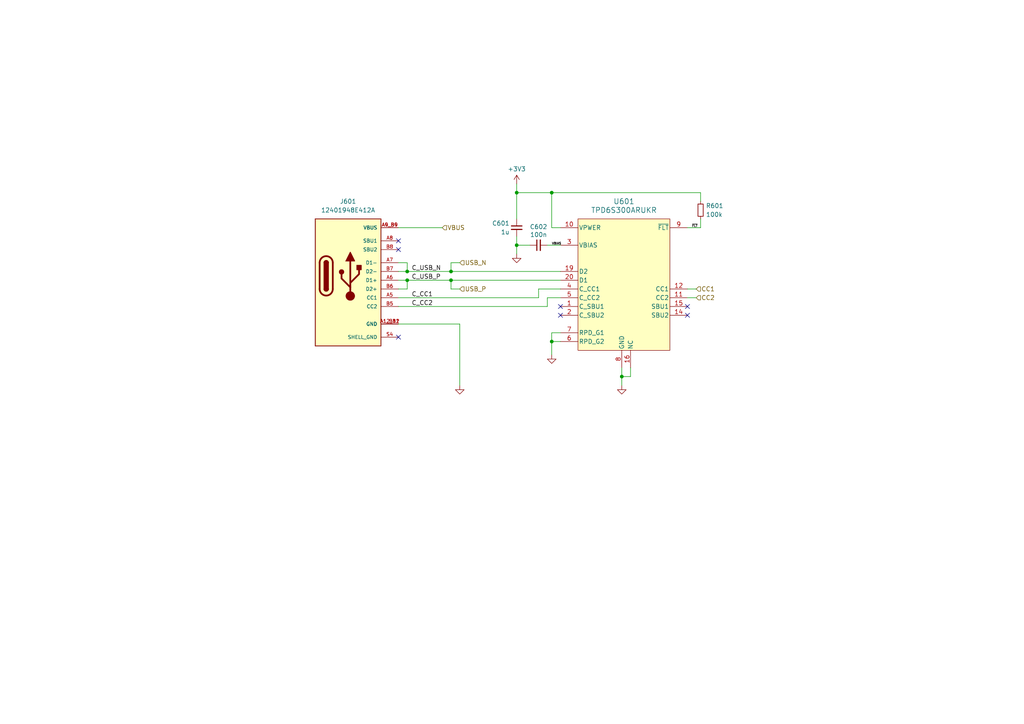
<source format=kicad_sch>
(kicad_sch (version 20231120) (generator "eeschema") (generator_version "8.0")
  (paper "A4")
  (title_block (title "Battery Pack Board") (date "2024-09-21") (rev "1.0") (company "WM"))
  (lib_symbols
    (symbol "12401948E412A:12401948E412A" (pin_names (offset 1.016))
      (property "Reference" "J" (at -12.446 21.336 0))
      (property "Value" "12401948E412A" (at -12.954 -16.51 0))
      (symbol "12401948E412A_0_0"
        (rectangle (start -12.7 20.32) (end 6.35 -16.51) (stroke (width 0.254)) (fill (type background)))
        (pin power_in line (at 11.43 -10.16 180) (length 5.08) (name "GND") (number "A12_B1"))
        (pin power_in line (at 11.43 -10.16 180) (length 5.08) (name "GND") (number "A1_B12"))
        (pin power_in line (at 11.43 17.78 180) (length 5.08) (name "VBUS") (number "A4_B9"))
        (pin bidirectional line (at 11.43 -2.54 180) (length 5.08) (name "CC1") (number "A5"))
        (pin bidirectional line (at 11.43 2.54 180) (length 5.08) (name "D1+") (number "A6"))
        (pin bidirectional line (at 11.43 7.62 180) (length 5.08) (name "D1-") (number "A7"))
        (pin bidirectional line (at 11.43 13.97 180) (length 5.08) (name "SBU1") (number "A8"))
        (pin power_in line (at 11.43 17.78 180) (length 5.08) (name "VBUS") (number "A9_B4"))
        (pin bidirectional line (at 11.43 -5.08 180) (length 5.08) (name "CC2") (number "B5"))
        (pin bidirectional line (at 11.43 0 180) (length 5.08) (name "D2+") (number "B6"))
        (pin bidirectional line (at 11.43 5.08 180) (length 5.08) (name "D2-") (number "B7"))
        (pin bidirectional line (at 11.43 11.43 180) (length 5.08) (name "SBU2") (number "B8"))
        (pin power_in line (at 11.43 -13.97 180) (length 5.08) (name "SHELL_GND") (number "S4"))
      )
      (symbol "12401948E412A_0_1"
        (arc (start -11.43 0) (mid -9.525 -1.8967) (end -7.62 0) (stroke (width 0.508)))
        (arc (start -10.16 0) (mid -9.525 -0.6323) (end -8.89 0) (stroke (width 0.254)))
        (arc (start -10.16 0) (mid -9.525 -0.6323) (end -8.89 0) (stroke (width 0.254)) (fill (type outline)))
        (rectangle (start -10.16 0) (end -8.89 7.62) (stroke (width 0.254)) (fill (type outline)))
        (arc (start -8.89 7.62) (mid -9.525 8.2523) (end -10.16 7.62) (stroke (width 0.254)))
        (arc (start -8.89 7.62) (mid -9.525 8.2523) (end -10.16 7.62) (stroke (width 0.254)) (fill (type outline)))
        (arc (start -7.62 7.62) (mid -9.525 9.5167) (end -11.43 7.62) (stroke (width 0.508)))
        (circle (center -5.08 4.953) (radius 0.635) (stroke (width 0.254)) (fill (type outline)))
        (circle (center -2.54 -2.032) (radius 1.27) (fill (type outline)))
        (rectangle (start -0.635 5.588) (end 0.635 6.858) (stroke (width 0.254)) (fill (type outline)))
        (polyline (pts (xy -11.43 0) (xy -11.43 7.62)) (stroke (width 0.508)))
        (polyline (pts (xy -7.62 7.62) (xy -7.62 0)) (stroke (width 0.508)))
        (polyline (pts (xy -2.54 -2.032) (xy -2.54 8.128)) (stroke (width 0.508)))
        (polyline (pts (xy -2.54 0.508) (xy -5.08 3.048) (xy -5.08 4.318)) (stroke (width 0.508)))
        (polyline (pts (xy -2.54 1.778) (xy 0 4.318) (xy 0 5.588)) (stroke (width 0.508)))
        (polyline (pts (xy -3.81 8.128) (xy -2.54 10.668) (xy -1.27 8.128) (xy -3.81 8.128)) (stroke (width 0.254)) (fill (type outline)))
      )
      (symbol "12401948E412A_1_0"
        (pin power_in line (at 11.43 -13.97 180) (length 5.08) hide (name "SHELL_GND") (number "S1"))
        (pin power_in line (at 11.43 -13.97 180) (length 5.08) hide (name "SHELL_GND") (number "S2"))
        (pin power_in line (at 11.43 -13.97 180) (length 5.08) hide (name "SHELL_GND") (number "S3"))
      )
    )
    (symbol "Device:C_Small" (pin_numbers hide) (pin_names (offset 0.254) hide)
      (property "Reference" "C" (at 0.254 1.778 0))
      (property "Value" "C_Small" (at 0.254 -2.032 0))
      (symbol "C_Small_0_1"
        (polyline (pts (xy -1.524 -0.508) (xy 1.524 -0.508)) (stroke (width 0.3302)))
        (polyline (pts (xy -1.524 0.508) (xy 1.524 0.508)) (stroke (width 0.3048)))
      )
      (symbol "C_Small_1_1"
        (pin passive line (at 0 2.54 270) (length 2.032) (name "~") (number "1"))
        (pin passive line (at 0 -2.54 90) (length 2.032) (name "~") (number "2"))
      )
    )
    (symbol "Device:R_Small" (pin_numbers hide) (pin_names (offset 0.254) hide)
      (property "Reference" "R" (at 0.762 0.508 0))
      (property "Value" "R_Small" (at 0.762 -1.016 0))
      (symbol "R_Small_0_1"
        (rectangle (start -0.762 1.778) (end 0.762 -1.778) (stroke (width 0.2032)))
      )
      (symbol "R_Small_1_1"
        (pin passive line (at 0 2.54 270) (length 0.762) (name "~") (number "1"))
        (pin passive line (at 0 -2.54 90) (length 0.762) (name "~") (number "2"))
      )
    )
    (symbol "TPD6S300ARUKR:TPD6S300ARUKR" (pin_names (offset 0.254))
      (property "Reference" "U" (at 22.86 10.16 0))
      (property "Value" "TPD6S300ARUKR" (at 22.86 7.62 0))
      (symbol "TPD6S300ARUKR_1_1"
        (rectangle (start 7.62 5.08) (end 34.29 -33.02) (fill (type background)))
        (pin bidirectional line (at 2.54 -20.32 0) (length 5.08) (name "C_SBU1") (number "1"))
        (pin power_in line (at 2.54 2.54 0) (length 5.08) (name "VPWER") (number "10"))
        (pin bidirectional line (at 39.37 -17.78 180) (length 5.08) (name "CC2") (number "11"))
        (pin bidirectional line (at 39.37 -15.24 180) (length 5.08) (name "CC1") (number "12"))
        (pin power_out line (at 20.32 -38.1 90) (length 5.08) hide (name "GND") (number "13"))
        (pin bidirectional line (at 39.37 -22.86 180) (length 5.08) (name "SBU2") (number "14"))
        (pin bidirectional line (at 39.37 -20.32 180) (length 5.08) (name "SBU1") (number "15"))
        (pin unspecified line (at 22.86 -38.1 90) (length 5.08) (name "NC") (number "16"))
        (pin unspecified line (at 22.86 -38.1 90) (length 5.08) hide (name "NC") (number "17"))
        (pin power_out line (at 20.32 -38.1 90) (length 5.08) hide (name "GND") (number "18"))
        (pin bidirectional line (at 2.54 -10.16 0) (length 5.08) (name "D2") (number "19"))
        (pin bidirectional line (at 2.54 -22.86 0) (length 5.08) (name "C_SBU2") (number "2"))
        (pin bidirectional line (at 2.54 -12.7 0) (length 5.08) (name "D1") (number "20"))
        (pin power_out line (at 20.32 -38.1 90) (length 5.08) hide (name "GND") (number "21"))
        (pin power_in line (at 2.54 -2.54 0) (length 5.08) (name "VBIAS") (number "3"))
        (pin bidirectional line (at 2.54 -15.24 0) (length 5.08) (name "C_CC1") (number "4"))
        (pin bidirectional line (at 2.54 -17.78 0) (length 5.08) (name "C_CC2") (number "5"))
        (pin bidirectional line (at 2.54 -30.48 0) (length 5.08) (name "RPD_G2") (number "6"))
        (pin bidirectional line (at 2.54 -27.94 0) (length 5.08) (name "RPD_G1") (number "7"))
        (pin power_out line (at 20.32 -38.1 90) (length 5.08) (name "GND") (number "8"))
        (pin output line (at 39.37 2.54 180) (length 5.08) (name "~{FLT}") (number "9"))
      )
    )
    (symbol "power:+3.3V" (power) (pin_numbers hide) (pin_names (offset 0) hide)
      (property "Value" "+3.3V" (at 0 3.556 0))
      (symbol "+3.3V_0_1"
        (polyline (pts (xy -0.762 1.27) (xy 0 2.54)))
        (polyline (pts (xy 0 0) (xy 0 2.54)))
        (polyline (pts (xy 0 2.54) (xy 0.762 1.27)))
      )
      (symbol "+3.3V_1_1"
        (pin power_in line (at 0 0 90) (length 0) (name "~") (number "1"))
      )
    )
    (symbol "power:GND" (power) (pin_numbers hide) (pin_names (offset 0) hide)
      (property "Value" "GND" (at 0 -3.81 0))
      (symbol "GND_0_1"
        (polyline (pts (xy 0 0) (xy 0 -1.27) (xy 1.27 -1.27) (xy 0 -2.54) (xy -1.27 -1.27) (xy 0 -1.27)))
      )
      (symbol "GND_1_1"
        (pin power_in line (at 0 0 270) (length 0) (name "~") (number "1"))
      )
    )
  )
  (junction (at 180.34 109.22))
  (junction (at 118.11 78.74))
  (junction (at 160.02 55.88))
  (junction (at 149.86 71.12))
  (junction (at 160.02 99.06))
  (junction (at 130.81 81.28))
  (junction (at 118.11 81.28))
  (junction (at 149.86 55.88))
  (junction (at 130.81 78.74))
  (no_connect (at 162.56 91.44))
  (no_connect (at 199.39 88.9))
  (no_connect (at 199.39 91.44))
  (no_connect (at 115.57 72.39))
  (no_connect (at 115.57 97.79))
  (no_connect (at 162.56 88.9))
  (no_connect (at 115.57 69.85))
  (wire (pts (xy 182.88 106.68) (xy 182.88 109.22)))
  (wire (pts (xy 160.02 55.88) (xy 203.2 55.88)))
  (wire (pts (xy 180.34 106.68) (xy 180.34 109.22)))
  (wire (pts (xy 182.88 109.22) (xy 180.34 109.22)))
  (wire (pts (xy 153.67 71.12) (xy 149.86 71.12)))
  (wire (pts (xy 162.56 83.82) (xy 156.21 83.82)))
  (wire (pts (xy 180.34 109.22) (xy 180.34 111.76)))
  (wire (pts (xy 156.21 86.36) (xy 115.57 86.36)))
  (wire (pts (xy 149.86 55.88) (xy 149.86 63.5)))
  (wire (pts (xy 130.81 78.74) (xy 162.56 78.74)))
  (wire (pts (xy 115.57 81.28) (xy 118.11 81.28)))
  (wire (pts (xy 160.02 99.06) (xy 162.56 99.06)))
  (wire (pts (xy 149.86 55.88) (xy 160.02 55.88)))
  (wire (pts (xy 115.57 66.04) (xy 128.27 66.04)))
  (wire (pts (xy 133.35 93.98) (xy 133.35 111.76)))
  (wire (pts (xy 118.11 81.28) (xy 118.11 83.82)))
  (wire (pts (xy 162.56 86.36) (xy 158.75 86.36)))
  (wire (pts (xy 199.39 83.82) (xy 201.93 83.82)))
  (wire (pts (xy 115.57 88.9) (xy 158.75 88.9)))
  (wire (pts (xy 133.35 83.82) (xy 130.81 83.82)))
  (wire (pts (xy 160.02 55.88) (xy 160.02 66.04)))
  (wire (pts (xy 115.57 76.2) (xy 118.11 76.2)))
  (wire (pts (xy 149.86 71.12) (xy 149.86 73.66)))
  (wire (pts (xy 118.11 81.28) (xy 130.81 81.28)))
  (wire (pts (xy 160.02 99.06) (xy 160.02 102.87)))
  (wire (pts (xy 133.35 76.2) (xy 130.81 76.2)))
  (wire (pts (xy 130.81 81.28) (xy 162.56 81.28)))
  (wire (pts (xy 149.86 53.34) (xy 149.86 55.88)))
  (wire (pts (xy 160.02 96.52) (xy 160.02 99.06)))
  (wire (pts (xy 118.11 78.74) (xy 115.57 78.74)))
  (wire (pts (xy 149.86 71.12) (xy 149.86 68.58)))
  (wire (pts (xy 118.11 76.2) (xy 118.11 78.74)))
  (wire (pts (xy 130.81 76.2) (xy 130.81 78.74)))
  (wire (pts (xy 118.11 83.82) (xy 115.57 83.82)))
  (wire (pts (xy 203.2 63.5) (xy 203.2 66.04)))
  (wire (pts (xy 158.75 86.36) (xy 158.75 88.9)))
  (wire (pts (xy 156.21 83.82) (xy 156.21 86.36)))
  (wire (pts (xy 158.75 71.12) (xy 162.56 71.12)))
  (wire (pts (xy 203.2 66.04) (xy 199.39 66.04)))
  (wire (pts (xy 162.56 66.04) (xy 160.02 66.04)))
  (wire (pts (xy 130.81 83.82) (xy 130.81 81.28)))
  (wire (pts (xy 162.56 96.52) (xy 160.02 96.52)))
  (wire (pts (xy 118.11 78.74) (xy 130.81 78.74)))
  (wire (pts (xy 115.57 93.98) (xy 133.35 93.98)))
  (wire (pts (xy 203.2 55.88) (xy 203.2 58.42)))
  (wire (pts (xy 199.39 86.36) (xy 201.93 86.36)))
  (label "C_USB_P" (at 119.38 81.28 0))
  (label "VBIAS" (at 160.02 71.12 0) (effects (font (size 0.635 0.635))))
  (label "C_CC2" (at 119.38 88.9 0))
  (label "C_USB_N" (at 119.38 78.74 0))
  (label "~{FLT}" (at 200.66 66.04 0) (effects (font (size 0.635 0.635))))
  (label "C_CC1" (at 119.38 86.36 0))
  (hierarchical_label "CC2" (shape input) (at 201.93 86.36 0))
  (hierarchical_label "VBUS" (shape input) (at 128.27 66.04 0))
  (hierarchical_label "USB_N" (shape input) (at 133.35 76.2 0))
  (hierarchical_label "CC1" (shape input) (at 201.93 83.82 0))
  (hierarchical_label "USB_P" (shape input) (at 133.35 83.82 0))
  (symbol (lib_id "Device:C_Small") (at 156.21 71.12 90) (unit 1)
    (property "Reference" "C602" (at 156.21 65.786 90))
    (property "Value" "100n" (at 156.21 68.072 90))
    (property "Footprint" "Capacitor_SMD:C_0402_1005Metric" (effects (hide yes)))
    (property "Description" "Unpolarized capacitor, small symbol" (effects (hide yes)))
  )
  (symbol (lib_id "TPD6S300ARUKR:TPD6S300ARUKR") (at 160.02 68.58 0) (unit 1)
    (property "Reference" "U601" (at 180.975 58.42 0) (effects (font (size 1.524 1.524))))
    (property "Value" "TPD6S300ARUKR" (at 180.975 60.96 0) (effects (font (size 1.524 1.524))))
    (property "Footprint" "TPD6S300ARUKR:WQFN20_RUK_TEX_TPD6S300ARUKR" (effects (hide yes)))
    (property "Datasheet" "https://www.ti.com/lit/ds/symlink/tpd6s300a.pdf?ts=1724377282591&ref_url=https%253A%252F%252Fwww.ti.com%252Fcross-reference-search%252Fsinglepart%253FsearchTerm%253DNX20P0408" (effects (hide yes)))
    (property "Mouser" "https://www.mouser.pl/ProductDetail/Texas-Instruments/TPD6S300ARUKR?qs=%252BEew9%252B0nqrA1G22imPqdyw%3D%3D" (effects (hide yes)))
  )
  (symbol (lib_id "power:GND") (at 149.86 73.66 0) (unit 1)
    (property "Reference" "#PWR0602" (effects (hide yes)))
    (property "Value" "GND" (effects (hide yes)))
    (property "Description" "Power symbol creates a global label with name \"GND\" , ground" (effects (hide yes)))
  )
  (symbol (lib_id "power:GND") (at 133.35 111.76 0) (unit 1)
    (property "Reference" "#PWR0604" (effects (hide yes)))
    (property "Value" "GND" (effects (hide yes)))
    (property "Description" "Power symbol creates a global label with name \"GND\" , ground" (effects (hide yes)))
  )
  (symbol (lib_id "Device:C_Small") (at 149.86 66.04 0) (unit 1)
    (property "Reference" "C601" (at 147.828 64.77 0) (effects (justify right)))
    (property "Value" "1u" (at 147.828 67.31 0) (effects (justify right)))
    (property "Footprint" "Capacitor_SMD:C_0402_1005Metric" (effects (hide yes)))
    (property "Description" "Unpolarized capacitor, small symbol" (effects (hide yes)))
  )
  (symbol (lib_id "Device:R_Small") (at 203.2 60.96 0) (unit 1)
    (property "Reference" "R601" (at 204.724 59.69 0) (effects (justify left)))
    (property "Value" "100k" (at 204.724 62.23 0) (effects (justify left)))
    (property "Footprint" "Resistor_SMD:R_0402_1005Metric" (effects (hide yes)))
    (property "Description" "Resistor, small symbol" (effects (hide yes)))
  )
  (symbol (lib_id "power:GND") (at 160.02 102.87 0) (unit 1)
    (property "Reference" "#PWR0603" (effects (hide yes)))
    (property "Value" "GND" (effects (hide yes)))
    (property "Description" "Power symbol creates a global label with name \"GND\" , ground" (effects (hide yes)))
  )
  (symbol (lib_id "12401948E412A:12401948E412A") (at 104.14 83.82 0) (unit 1)
    (property "Reference" "J601" (at 100.965 58.42 0))
    (property "Value" "12401948E412A" (at 100.965 60.96 0))
    (property "Footprint" "USBC20_12401948E412A:AMPHENOL_12401948E412A" (effects (hide yes)))
    (property "MF" "Amphenol ICC (Commercial Products)" (effects (hide yes)))
    (property "MAXIMUM_PACKAGE_HEIGHT" "2.23 mm" (effects (hide yes)))
    (property "Package" "None" (effects (hide yes)))
    (property "Price" "None" (effects (hide yes)))
    (property "Check_prices" "https://www.snapeda.com/parts/12401948E412A/Amphenol/view-part/?ref=eda" (effects (hide yes)))
    (property "STANDARD" "Manufacturer Recommendations" (effects (hide yes)))
    (property "PARTREV" "3" (effects (hide yes)))
    (property "SnapEDA_Link" "https://www.snapeda.com/parts/12401948E412A/Amphenol/view-part/?ref=snap" (effects (hide yes)))
    (property "MP" "12401948E412A" (effects (hide yes)))
    (property "Description_1" "\nUSB 2.0, Type C connector, R/A, Middle mount, Single SMT type, CH=0.65mm\n" (effects (hide yes)))
    (property "SNAPEDA_PN" "12401948E412A" (effects (hide yes)))
    (property "Availability" "In Stock" (effects (hide yes)))
    (property "MANUFACTURER" "Amphenol" (effects (hide yes)))
  )
  (symbol (lib_id "power:GND") (at 180.34 111.76 0) (unit 1)
    (property "Reference" "#PWR0605" (effects (hide yes)))
    (property "Value" "GND" (effects (hide yes)))
    (property "Description" "Power symbol creates a global label with name \"GND\" , ground" (effects (hide yes)))
  )
  (symbol (lib_id "power:+3.3V") (at 149.86 53.34 0) (unit 1)
    (property "Reference" "#PWR0601" (effects (hide yes)))
    (property "Value" "+3V3" (at 149.86 49.022 0))
    (property "Description" "Power symbol creates a global label with name \"+3.3V\"" (effects (hide yes)))
  )
)
</source>
